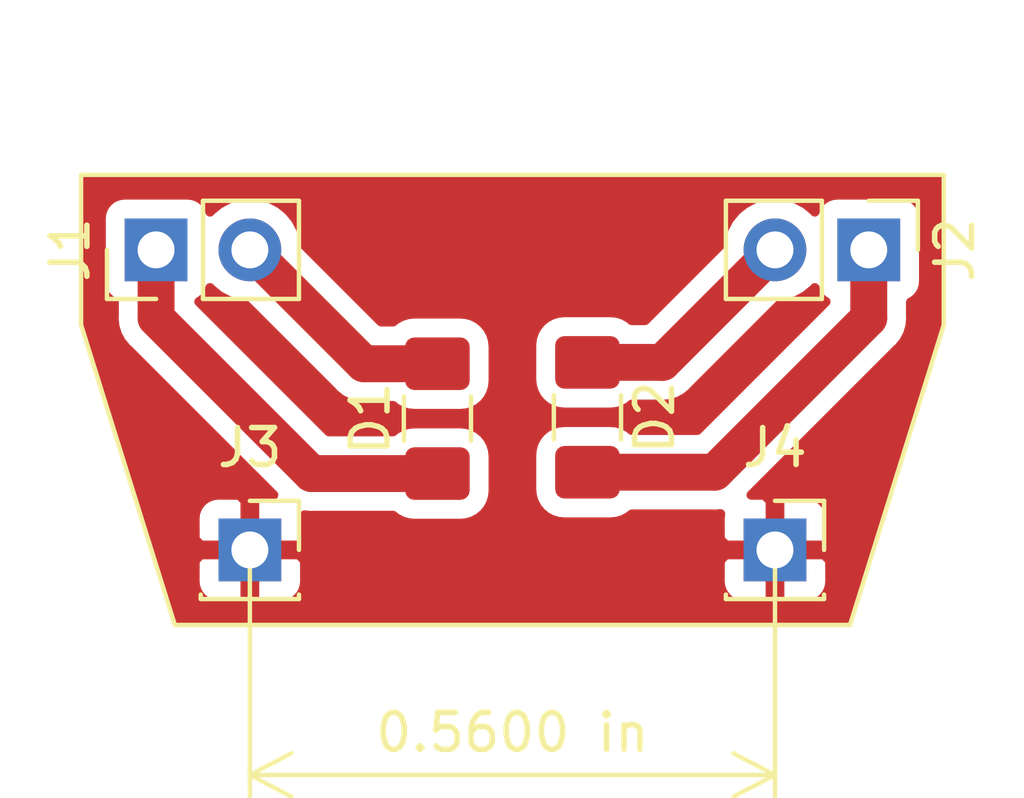
<source format=kicad_pcb>
(kicad_pcb (version 20171130) (host pcbnew "(5.1.2)-1")

  (general
    (thickness 1.6)
    (drawings 7)
    (tracks 10)
    (zones 0)
    (modules 6)
    (nets 6)
  )

  (page A4)
  (layers
    (0 F.Cu signal)
    (31 B.Cu signal)
    (32 B.Adhes user)
    (33 F.Adhes user)
    (34 B.Paste user)
    (35 F.Paste user)
    (36 B.SilkS user)
    (37 F.SilkS user)
    (38 B.Mask user)
    (39 F.Mask user)
    (40 Dwgs.User user)
    (41 Cmts.User user)
    (42 Eco1.User user)
    (43 Eco2.User user)
    (44 Edge.Cuts user)
    (45 Margin user)
    (46 B.CrtYd user)
    (47 F.CrtYd user)
    (48 B.Fab user)
    (49 F.Fab user)
  )

  (setup
    (last_trace_width 1)
    (user_trace_width 0.5)
    (user_trace_width 1)
    (trace_clearance 0.2)
    (zone_clearance 0.508)
    (zone_45_only no)
    (trace_min 0.2)
    (via_size 0.8)
    (via_drill 0.4)
    (via_min_size 0.4)
    (via_min_drill 0.3)
    (uvia_size 0.3)
    (uvia_drill 0.1)
    (uvias_allowed no)
    (uvia_min_size 0.2)
    (uvia_min_drill 0.1)
    (edge_width 0.05)
    (segment_width 0.2)
    (pcb_text_width 0.3)
    (pcb_text_size 1.5 1.5)
    (mod_edge_width 0.12)
    (mod_text_size 1 1)
    (mod_text_width 0.15)
    (pad_size 1.524 1.524)
    (pad_drill 0.762)
    (pad_to_mask_clearance 0.051)
    (solder_mask_min_width 0.25)
    (aux_axis_origin 0 0)
    (visible_elements 7FFFFFFF)
    (pcbplotparams
      (layerselection 0x010fc_ffffffff)
      (usegerberextensions false)
      (usegerberattributes false)
      (usegerberadvancedattributes false)
      (creategerberjobfile false)
      (excludeedgelayer true)
      (linewidth 0.100000)
      (plotframeref false)
      (viasonmask false)
      (mode 1)
      (useauxorigin false)
      (hpglpennumber 1)
      (hpglpenspeed 20)
      (hpglpendiameter 15.000000)
      (psnegative false)
      (psa4output false)
      (plotreference true)
      (plotvalue true)
      (plotinvisibletext false)
      (padsonsilk false)
      (subtractmaskfromsilk false)
      (outputformat 1)
      (mirror false)
      (drillshape 1)
      (scaleselection 1)
      (outputdirectory ""))
  )

  (net 0 "")
  (net 1 "Net-(D1-Pad1)")
  (net 2 "Net-(D1-Pad2)")
  (net 3 "Net-(D2-Pad2)")
  (net 4 "Net-(D2-Pad1)")
  (net 5 GND)

  (net_class Default "Ceci est la Netclass par défaut."
    (clearance 0.2)
    (trace_width 0.25)
    (via_dia 0.8)
    (via_drill 0.4)
    (uvia_dia 0.3)
    (uvia_drill 0.1)
    (add_net GND)
    (add_net "Net-(D1-Pad1)")
    (add_net "Net-(D1-Pad2)")
    (add_net "Net-(D2-Pad1)")
    (add_net "Net-(D2-Pad2)")
  )

  (module Resistor_SMD:R_1206_3216Metric_Pad1.42x1.75mm_HandSolder (layer F.Cu) (tedit 5B301BBD) (tstamp 5CFF6B77)
    (at 98.044 49.784 90)
    (descr "Resistor SMD 1206 (3216 Metric), square (rectangular) end terminal, IPC_7351 nominal with elongated pad for handsoldering. (Body size source: http://www.tortai-tech.com/upload/download/2011102023233369053.pdf), generated with kicad-footprint-generator")
    (tags "resistor handsolder")
    (path /5CF7C901)
    (attr smd)
    (fp_text reference D1 (at 0 -1.82 90) (layer F.SilkS)
      (effects (font (size 1 1) (thickness 0.15)))
    )
    (fp_text value D_Photo (at 0 1.82 90) (layer F.Fab)
      (effects (font (size 1 1) (thickness 0.15)))
    )
    (fp_line (start -1.6 0.8) (end -1.6 -0.8) (layer F.Fab) (width 0.1))
    (fp_line (start -1.6 -0.8) (end 1.6 -0.8) (layer F.Fab) (width 0.1))
    (fp_line (start 1.6 -0.8) (end 1.6 0.8) (layer F.Fab) (width 0.1))
    (fp_line (start 1.6 0.8) (end -1.6 0.8) (layer F.Fab) (width 0.1))
    (fp_line (start -0.602064 -0.91) (end 0.602064 -0.91) (layer F.SilkS) (width 0.12))
    (fp_line (start -0.602064 0.91) (end 0.602064 0.91) (layer F.SilkS) (width 0.12))
    (fp_line (start -2.45 1.12) (end -2.45 -1.12) (layer F.CrtYd) (width 0.05))
    (fp_line (start -2.45 -1.12) (end 2.45 -1.12) (layer F.CrtYd) (width 0.05))
    (fp_line (start 2.45 -1.12) (end 2.45 1.12) (layer F.CrtYd) (width 0.05))
    (fp_line (start 2.45 1.12) (end -2.45 1.12) (layer F.CrtYd) (width 0.05))
    (fp_text user %R (at 0 0 270) (layer F.Fab)
      (effects (font (size 0.8 0.8) (thickness 0.12)))
    )
    (pad 1 smd roundrect (at -1.4875 0 90) (size 1.425 1.75) (layers F.Cu F.Paste F.Mask) (roundrect_rratio 0.175439)
      (net 1 "Net-(D1-Pad1)"))
    (pad 2 smd roundrect (at 1.4875 0 90) (size 1.425 1.75) (layers F.Cu F.Paste F.Mask) (roundrect_rratio 0.175439)
      (net 2 "Net-(D1-Pad2)"))
    (model ${KISYS3DMOD}/Resistor_SMD.3dshapes/R_1206_3216Metric.wrl
      (at (xyz 0 0 0))
      (scale (xyz 1 1 1))
      (rotate (xyz 0 0 0))
    )
  )

  (module Resistor_SMD:R_1206_3216Metric_Pad1.42x1.75mm_HandSolder (layer F.Cu) (tedit 5B301BBD) (tstamp 5CFF6B88)
    (at 102.108 49.7475 270)
    (descr "Resistor SMD 1206 (3216 Metric), square (rectangular) end terminal, IPC_7351 nominal with elongated pad for handsoldering. (Body size source: http://www.tortai-tech.com/upload/download/2011102023233369053.pdf), generated with kicad-footprint-generator")
    (tags "resistor handsolder")
    (path /5CF7CC31)
    (attr smd)
    (fp_text reference D2 (at 0 -1.82 90) (layer F.SilkS)
      (effects (font (size 1 1) (thickness 0.15)))
    )
    (fp_text value D_Photo (at 0 1.82 90) (layer F.Fab)
      (effects (font (size 1 1) (thickness 0.15)))
    )
    (fp_text user %R (at 0 0 270) (layer F.Fab)
      (effects (font (size 0.8 0.8) (thickness 0.12)))
    )
    (fp_line (start 2.45 1.12) (end -2.45 1.12) (layer F.CrtYd) (width 0.05))
    (fp_line (start 2.45 -1.12) (end 2.45 1.12) (layer F.CrtYd) (width 0.05))
    (fp_line (start -2.45 -1.12) (end 2.45 -1.12) (layer F.CrtYd) (width 0.05))
    (fp_line (start -2.45 1.12) (end -2.45 -1.12) (layer F.CrtYd) (width 0.05))
    (fp_line (start -0.602064 0.91) (end 0.602064 0.91) (layer F.SilkS) (width 0.12))
    (fp_line (start -0.602064 -0.91) (end 0.602064 -0.91) (layer F.SilkS) (width 0.12))
    (fp_line (start 1.6 0.8) (end -1.6 0.8) (layer F.Fab) (width 0.1))
    (fp_line (start 1.6 -0.8) (end 1.6 0.8) (layer F.Fab) (width 0.1))
    (fp_line (start -1.6 -0.8) (end 1.6 -0.8) (layer F.Fab) (width 0.1))
    (fp_line (start -1.6 0.8) (end -1.6 -0.8) (layer F.Fab) (width 0.1))
    (pad 2 smd roundrect (at 1.4875 0 270) (size 1.425 1.75) (layers F.Cu F.Paste F.Mask) (roundrect_rratio 0.175439)
      (net 3 "Net-(D2-Pad2)"))
    (pad 1 smd roundrect (at -1.4875 0 270) (size 1.425 1.75) (layers F.Cu F.Paste F.Mask) (roundrect_rratio 0.175439)
      (net 4 "Net-(D2-Pad1)"))
    (model ${KISYS3DMOD}/Resistor_SMD.3dshapes/R_1206_3216Metric.wrl
      (at (xyz 0 0 0))
      (scale (xyz 1 1 1))
      (rotate (xyz 0 0 0))
    )
  )

  (module Connector_PinHeader_2.54mm:PinHeader_1x02_P2.54mm_Vertical (layer F.Cu) (tedit 59FED5CC) (tstamp 5CFF6B9E)
    (at 90.424 45.212 90)
    (descr "Through hole straight pin header, 1x02, 2.54mm pitch, single row")
    (tags "Through hole pin header THT 1x02 2.54mm single row")
    (path /5CF7D654)
    (fp_text reference J1 (at 0 -2.33 90) (layer F.SilkS)
      (effects (font (size 1 1) (thickness 0.15)))
    )
    (fp_text value Conn_01x02_Male (at 0 4.87 90) (layer F.Fab)
      (effects (font (size 1 1) (thickness 0.15)))
    )
    (fp_line (start -0.635 -1.27) (end 1.27 -1.27) (layer F.Fab) (width 0.1))
    (fp_line (start 1.27 -1.27) (end 1.27 3.81) (layer F.Fab) (width 0.1))
    (fp_line (start 1.27 3.81) (end -1.27 3.81) (layer F.Fab) (width 0.1))
    (fp_line (start -1.27 3.81) (end -1.27 -0.635) (layer F.Fab) (width 0.1))
    (fp_line (start -1.27 -0.635) (end -0.635 -1.27) (layer F.Fab) (width 0.1))
    (fp_line (start -1.33 3.87) (end 1.33 3.87) (layer F.SilkS) (width 0.12))
    (fp_line (start -1.33 1.27) (end -1.33 3.87) (layer F.SilkS) (width 0.12))
    (fp_line (start 1.33 1.27) (end 1.33 3.87) (layer F.SilkS) (width 0.12))
    (fp_line (start -1.33 1.27) (end 1.33 1.27) (layer F.SilkS) (width 0.12))
    (fp_line (start -1.33 0) (end -1.33 -1.33) (layer F.SilkS) (width 0.12))
    (fp_line (start -1.33 -1.33) (end 0 -1.33) (layer F.SilkS) (width 0.12))
    (fp_line (start -1.8 -1.8) (end -1.8 4.35) (layer F.CrtYd) (width 0.05))
    (fp_line (start -1.8 4.35) (end 1.8 4.35) (layer F.CrtYd) (width 0.05))
    (fp_line (start 1.8 4.35) (end 1.8 -1.8) (layer F.CrtYd) (width 0.05))
    (fp_line (start 1.8 -1.8) (end -1.8 -1.8) (layer F.CrtYd) (width 0.05))
    (fp_text user %R (at 0 1.27) (layer F.Fab)
      (effects (font (size 1 1) (thickness 0.15)))
    )
    (pad 1 thru_hole rect (at 0 0 90) (size 1.7 1.7) (drill 1) (layers *.Cu *.Mask)
      (net 1 "Net-(D1-Pad1)"))
    (pad 2 thru_hole oval (at 0 2.54 90) (size 1.7 1.7) (drill 1) (layers *.Cu *.Mask)
      (net 2 "Net-(D1-Pad2)"))
    (model ${KISYS3DMOD}/Connector_PinHeader_2.54mm.3dshapes/PinHeader_1x02_P2.54mm_Vertical.wrl
      (at (xyz 0 0 0))
      (scale (xyz 1 1 1))
      (rotate (xyz 0 0 0))
    )
  )

  (module Connector_PinHeader_2.54mm:PinHeader_1x02_P2.54mm_Vertical (layer F.Cu) (tedit 59FED5CC) (tstamp 5CFF6BB4)
    (at 109.728 45.212 270)
    (descr "Through hole straight pin header, 1x02, 2.54mm pitch, single row")
    (tags "Through hole pin header THT 1x02 2.54mm single row")
    (path /5CF7E40E)
    (fp_text reference J2 (at 0 -2.33 90) (layer F.SilkS)
      (effects (font (size 1 1) (thickness 0.15)))
    )
    (fp_text value Conn_01x02_Male (at 0 4.87 90) (layer F.Fab)
      (effects (font (size 1 1) (thickness 0.15)))
    )
    (fp_text user %R (at 0 1.27) (layer F.Fab)
      (effects (font (size 1 1) (thickness 0.15)))
    )
    (fp_line (start 1.8 -1.8) (end -1.8 -1.8) (layer F.CrtYd) (width 0.05))
    (fp_line (start 1.8 4.35) (end 1.8 -1.8) (layer F.CrtYd) (width 0.05))
    (fp_line (start -1.8 4.35) (end 1.8 4.35) (layer F.CrtYd) (width 0.05))
    (fp_line (start -1.8 -1.8) (end -1.8 4.35) (layer F.CrtYd) (width 0.05))
    (fp_line (start -1.33 -1.33) (end 0 -1.33) (layer F.SilkS) (width 0.12))
    (fp_line (start -1.33 0) (end -1.33 -1.33) (layer F.SilkS) (width 0.12))
    (fp_line (start -1.33 1.27) (end 1.33 1.27) (layer F.SilkS) (width 0.12))
    (fp_line (start 1.33 1.27) (end 1.33 3.87) (layer F.SilkS) (width 0.12))
    (fp_line (start -1.33 1.27) (end -1.33 3.87) (layer F.SilkS) (width 0.12))
    (fp_line (start -1.33 3.87) (end 1.33 3.87) (layer F.SilkS) (width 0.12))
    (fp_line (start -1.27 -0.635) (end -0.635 -1.27) (layer F.Fab) (width 0.1))
    (fp_line (start -1.27 3.81) (end -1.27 -0.635) (layer F.Fab) (width 0.1))
    (fp_line (start 1.27 3.81) (end -1.27 3.81) (layer F.Fab) (width 0.1))
    (fp_line (start 1.27 -1.27) (end 1.27 3.81) (layer F.Fab) (width 0.1))
    (fp_line (start -0.635 -1.27) (end 1.27 -1.27) (layer F.Fab) (width 0.1))
    (pad 2 thru_hole oval (at 0 2.54 270) (size 1.7 1.7) (drill 1) (layers *.Cu *.Mask)
      (net 4 "Net-(D2-Pad1)"))
    (pad 1 thru_hole rect (at 0 0 270) (size 1.7 1.7) (drill 1) (layers *.Cu *.Mask)
      (net 3 "Net-(D2-Pad2)"))
    (model ${KISYS3DMOD}/Connector_PinHeader_2.54mm.3dshapes/PinHeader_1x02_P2.54mm_Vertical.wrl
      (at (xyz 0 0 0))
      (scale (xyz 1 1 1))
      (rotate (xyz 0 0 0))
    )
  )

  (module Connector_PinSocket_2.54mm:PinSocket_1x01_P2.54mm_Vertical (layer F.Cu) (tedit 5A19A434) (tstamp 5CFF6BC8)
    (at 92.964 53.34)
    (descr "Through hole straight socket strip, 1x01, 2.54mm pitch, single row (from Kicad 4.0.7), script generated")
    (tags "Through hole socket strip THT 1x01 2.54mm single row")
    (path /5CF83103)
    (fp_text reference J3 (at 0 -2.77) (layer F.SilkS)
      (effects (font (size 1 1) (thickness 0.15)))
    )
    (fp_text value Conn_01x01_Male (at 0 2.77) (layer F.Fab)
      (effects (font (size 1 1) (thickness 0.15)))
    )
    (fp_line (start -1.27 -1.27) (end 0.635 -1.27) (layer F.Fab) (width 0.1))
    (fp_line (start 0.635 -1.27) (end 1.27 -0.635) (layer F.Fab) (width 0.1))
    (fp_line (start 1.27 -0.635) (end 1.27 1.27) (layer F.Fab) (width 0.1))
    (fp_line (start 1.27 1.27) (end -1.27 1.27) (layer F.Fab) (width 0.1))
    (fp_line (start -1.27 1.27) (end -1.27 -1.27) (layer F.Fab) (width 0.1))
    (fp_line (start -1.33 1.33) (end 1.33 1.33) (layer F.SilkS) (width 0.12))
    (fp_line (start -1.33 1.21) (end -1.33 1.33) (layer F.SilkS) (width 0.12))
    (fp_line (start 1.33 1.21) (end 1.33 1.33) (layer F.SilkS) (width 0.12))
    (fp_line (start 1.33 -1.33) (end 1.33 0) (layer F.SilkS) (width 0.12))
    (fp_line (start 0 -1.33) (end 1.33 -1.33) (layer F.SilkS) (width 0.12))
    (fp_line (start -1.8 -1.8) (end 1.75 -1.8) (layer F.CrtYd) (width 0.05))
    (fp_line (start 1.75 -1.8) (end 1.75 1.75) (layer F.CrtYd) (width 0.05))
    (fp_line (start 1.75 1.75) (end -1.8 1.75) (layer F.CrtYd) (width 0.05))
    (fp_line (start -1.8 1.75) (end -1.8 -1.8) (layer F.CrtYd) (width 0.05))
    (fp_text user %R (at 0 0) (layer F.Fab)
      (effects (font (size 1 1) (thickness 0.15)))
    )
    (pad 1 thru_hole rect (at 0 0) (size 1.7 1.7) (drill 1) (layers *.Cu *.Mask)
      (net 5 GND))
    (model ${KISYS3DMOD}/Connector_PinSocket_2.54mm.3dshapes/PinSocket_1x01_P2.54mm_Vertical.wrl
      (at (xyz 0 0 0))
      (scale (xyz 1 1 1))
      (rotate (xyz 0 0 0))
    )
  )

  (module Connector_PinSocket_2.54mm:PinSocket_1x01_P2.54mm_Vertical (layer F.Cu) (tedit 5A19A434) (tstamp 5CFF6BDC)
    (at 107.188 53.34)
    (descr "Through hole straight socket strip, 1x01, 2.54mm pitch, single row (from Kicad 4.0.7), script generated")
    (tags "Through hole socket strip THT 1x01 2.54mm single row")
    (path /5CF83FB9)
    (fp_text reference J4 (at 0 -2.77) (layer F.SilkS)
      (effects (font (size 1 1) (thickness 0.15)))
    )
    (fp_text value Conn_01x01_Male (at 0 2.77) (layer F.Fab)
      (effects (font (size 1 1) (thickness 0.15)))
    )
    (fp_text user %R (at 0 0) (layer F.Fab)
      (effects (font (size 1 1) (thickness 0.15)))
    )
    (fp_line (start -1.8 1.75) (end -1.8 -1.8) (layer F.CrtYd) (width 0.05))
    (fp_line (start 1.75 1.75) (end -1.8 1.75) (layer F.CrtYd) (width 0.05))
    (fp_line (start 1.75 -1.8) (end 1.75 1.75) (layer F.CrtYd) (width 0.05))
    (fp_line (start -1.8 -1.8) (end 1.75 -1.8) (layer F.CrtYd) (width 0.05))
    (fp_line (start 0 -1.33) (end 1.33 -1.33) (layer F.SilkS) (width 0.12))
    (fp_line (start 1.33 -1.33) (end 1.33 0) (layer F.SilkS) (width 0.12))
    (fp_line (start 1.33 1.21) (end 1.33 1.33) (layer F.SilkS) (width 0.12))
    (fp_line (start -1.33 1.21) (end -1.33 1.33) (layer F.SilkS) (width 0.12))
    (fp_line (start -1.33 1.33) (end 1.33 1.33) (layer F.SilkS) (width 0.12))
    (fp_line (start -1.27 1.27) (end -1.27 -1.27) (layer F.Fab) (width 0.1))
    (fp_line (start 1.27 1.27) (end -1.27 1.27) (layer F.Fab) (width 0.1))
    (fp_line (start 1.27 -0.635) (end 1.27 1.27) (layer F.Fab) (width 0.1))
    (fp_line (start 0.635 -1.27) (end 1.27 -0.635) (layer F.Fab) (width 0.1))
    (fp_line (start -1.27 -1.27) (end 0.635 -1.27) (layer F.Fab) (width 0.1))
    (pad 1 thru_hole rect (at 0 0) (size 1.7 1.7) (drill 1) (layers *.Cu *.Mask)
      (net 5 GND))
    (model ${KISYS3DMOD}/Connector_PinSocket_2.54mm.3dshapes/PinSocket_1x01_P2.54mm_Vertical.wrl
      (at (xyz 0 0 0))
      (scale (xyz 1 1 1))
      (rotate (xyz 0 0 0))
    )
  )

  (gr_line (start 90.932 55.372) (end 109.22 55.372) (layer F.SilkS) (width 0.12) (tstamp 5CFF712E))
  (gr_line (start 88.392 47.244) (end 90.932 55.372) (layer F.SilkS) (width 0.12))
  (gr_line (start 88.392 43.18) (end 88.392 47.244) (layer F.SilkS) (width 0.12))
  (gr_line (start 111.76 43.18) (end 88.392 43.18) (layer F.SilkS) (width 0.12))
  (gr_line (start 111.76 47.244) (end 111.76 43.18) (layer F.SilkS) (width 0.12))
  (gr_line (start 109.22 55.372) (end 111.76 47.244) (layer F.SilkS) (width 0.12))
  (dimension 14.224 (width 0.12) (layer F.SilkS)
    (gr_text "14,224 mm" (at 100.076 60.706) (layer F.SilkS)
      (effects (font (size 1 1) (thickness 0.15)))
    )
    (feature1 (pts (xy 92.964 53.34) (xy 92.964 60.022421)))
    (feature2 (pts (xy 107.188 53.34) (xy 107.188 60.022421)))
    (crossbar (pts (xy 107.188 59.436) (xy 92.964 59.436)))
    (arrow1a (pts (xy 92.964 59.436) (xy 94.090504 58.849579)))
    (arrow1b (pts (xy 92.964 59.436) (xy 94.090504 60.022421)))
    (arrow2a (pts (xy 107.188 59.436) (xy 106.061496 58.849579)))
    (arrow2b (pts (xy 107.188 59.436) (xy 106.061496 60.022421)))
  )

  (segment (start 90.424 47.062) (end 90.424 45.212) (width 1) (layer F.Cu) (net 1))
  (segment (start 94.6335 51.2715) (end 90.424 47.062) (width 1) (layer F.Cu) (net 1))
  (segment (start 98.044 51.2715) (end 94.6335 51.2715) (width 1) (layer F.Cu) (net 1))
  (segment (start 96.0485 48.2965) (end 92.964 45.212) (width 1) (layer F.Cu) (net 2))
  (segment (start 98.044 48.2965) (end 96.0485 48.2965) (width 1) (layer F.Cu) (net 2))
  (segment (start 109.728 47.062) (end 109.728 45.212) (width 1) (layer F.Cu) (net 3))
  (segment (start 105.555 51.235) (end 109.728 47.062) (width 1) (layer F.Cu) (net 3))
  (segment (start 102.108 51.235) (end 105.555 51.235) (width 1) (layer F.Cu) (net 3))
  (segment (start 104.14 48.26) (end 107.188 45.212) (width 1) (layer F.Cu) (net 4))
  (segment (start 102.108 48.26) (end 104.14 48.26) (width 1) (layer F.Cu) (net 4))

  (zone (net 5) (net_name GND) (layer F.Cu) (tstamp 0) (hatch edge 0.508)
    (connect_pads (clearance 0.508))
    (min_thickness 0.254)
    (fill yes (arc_segments 32) (thermal_gap 0.508) (thermal_bridge_width 0.508))
    (polygon
      (pts
        (xy 88.392 43.18) (xy 111.76 43.18) (xy 111.76 47.244) (xy 109.22 55.372) (xy 90.932 55.372)
        (xy 88.392 47.244)
      )
    )
    (filled_polygon
      (pts
        (xy 111.633 47.224618) (xy 109.126631 55.245) (xy 91.025369 55.245) (xy 90.695682 54.19) (xy 91.475928 54.19)
        (xy 91.488188 54.314482) (xy 91.524498 54.43418) (xy 91.583463 54.544494) (xy 91.662815 54.641185) (xy 91.759506 54.720537)
        (xy 91.86982 54.779502) (xy 91.989518 54.815812) (xy 92.114 54.828072) (xy 92.67825 54.825) (xy 92.837 54.66625)
        (xy 92.837 53.467) (xy 93.091 53.467) (xy 93.091 54.66625) (xy 93.24975 54.825) (xy 93.814 54.828072)
        (xy 93.938482 54.815812) (xy 94.05818 54.779502) (xy 94.168494 54.720537) (xy 94.265185 54.641185) (xy 94.344537 54.544494)
        (xy 94.403502 54.43418) (xy 94.439812 54.314482) (xy 94.452072 54.19) (xy 105.699928 54.19) (xy 105.712188 54.314482)
        (xy 105.748498 54.43418) (xy 105.807463 54.544494) (xy 105.886815 54.641185) (xy 105.983506 54.720537) (xy 106.09382 54.779502)
        (xy 106.213518 54.815812) (xy 106.338 54.828072) (xy 106.90225 54.825) (xy 107.061 54.66625) (xy 107.061 53.467)
        (xy 107.315 53.467) (xy 107.315 54.66625) (xy 107.47375 54.825) (xy 108.038 54.828072) (xy 108.162482 54.815812)
        (xy 108.28218 54.779502) (xy 108.392494 54.720537) (xy 108.489185 54.641185) (xy 108.568537 54.544494) (xy 108.627502 54.43418)
        (xy 108.663812 54.314482) (xy 108.676072 54.19) (xy 108.673 53.62575) (xy 108.51425 53.467) (xy 107.315 53.467)
        (xy 107.061 53.467) (xy 105.86175 53.467) (xy 105.703 53.62575) (xy 105.699928 54.19) (xy 94.452072 54.19)
        (xy 94.449 53.62575) (xy 94.29025 53.467) (xy 93.091 53.467) (xy 92.837 53.467) (xy 91.63775 53.467)
        (xy 91.479 53.62575) (xy 91.475928 54.19) (xy 90.695682 54.19) (xy 90.164432 52.49) (xy 91.475928 52.49)
        (xy 91.479 53.05425) (xy 91.63775 53.213) (xy 92.837 53.213) (xy 92.837 52.01375) (xy 92.67825 51.855)
        (xy 92.114 51.851928) (xy 91.989518 51.864188) (xy 91.86982 51.900498) (xy 91.759506 51.959463) (xy 91.662815 52.038815)
        (xy 91.583463 52.135506) (xy 91.524498 52.24582) (xy 91.488188 52.365518) (xy 91.475928 52.49) (xy 90.164432 52.49)
        (xy 88.519 47.224618) (xy 88.519 44.362) (xy 88.935928 44.362) (xy 88.935928 46.062) (xy 88.948188 46.186482)
        (xy 88.984498 46.30618) (xy 89.043463 46.416494) (xy 89.122815 46.513185) (xy 89.219506 46.592537) (xy 89.289 46.629683)
        (xy 89.289 47.006248) (xy 89.283509 47.062) (xy 89.305423 47.284498) (xy 89.370324 47.498446) (xy 89.475716 47.695623)
        (xy 89.617551 47.868449) (xy 89.660865 47.903996) (xy 93.609907 51.853039) (xy 93.24975 51.855) (xy 93.091 52.01375)
        (xy 93.091 53.213) (xy 94.29025 53.213) (xy 94.449 53.05425) (xy 94.452072 52.49) (xy 94.442537 52.393183)
        (xy 94.6335 52.411991) (xy 94.689251 52.4065) (xy 96.845308 52.4065) (xy 96.925614 52.472405) (xy 97.07915 52.554472)
        (xy 97.245746 52.605008) (xy 97.419 52.622072) (xy 98.669 52.622072) (xy 98.842254 52.605008) (xy 99.00885 52.554472)
        (xy 99.162386 52.472405) (xy 99.296962 52.361962) (xy 99.407405 52.227386) (xy 99.489472 52.07385) (xy 99.540008 51.907254)
        (xy 99.557072 51.734) (xy 99.557072 50.809) (xy 99.540008 50.635746) (xy 99.489472 50.46915) (xy 99.407405 50.315614)
        (xy 99.296962 50.181038) (xy 99.162386 50.070595) (xy 99.00885 49.988528) (xy 98.842254 49.937992) (xy 98.669 49.920928)
        (xy 97.419 49.920928) (xy 97.245746 49.937992) (xy 97.07915 49.988528) (xy 96.925614 50.070595) (xy 96.845308 50.1365)
        (xy 95.103632 50.1365) (xy 91.583642 46.616511) (xy 91.628494 46.592537) (xy 91.725185 46.513185) (xy 91.804537 46.416494)
        (xy 91.863502 46.30618) (xy 91.884393 46.237313) (xy 91.908866 46.267134) (xy 92.134986 46.452706) (xy 92.392966 46.590599)
        (xy 92.672889 46.675513) (xy 92.838714 46.691845) (xy 95.206513 49.059646) (xy 95.242051 49.102949) (xy 95.285354 49.138487)
        (xy 95.285356 49.138489) (xy 95.414877 49.244784) (xy 95.612053 49.350176) (xy 95.826001 49.415077) (xy 96.0485 49.436991)
        (xy 96.104252 49.4315) (xy 96.845308 49.4315) (xy 96.925614 49.497405) (xy 97.07915 49.579472) (xy 97.245746 49.630008)
        (xy 97.419 49.647072) (xy 98.669 49.647072) (xy 98.842254 49.630008) (xy 99.00885 49.579472) (xy 99.162386 49.497405)
        (xy 99.296962 49.386962) (xy 99.407405 49.252386) (xy 99.489472 49.09885) (xy 99.540008 48.932254) (xy 99.557072 48.759)
        (xy 99.557072 47.834) (xy 99.553478 47.7975) (xy 100.594928 47.7975) (xy 100.594928 48.7225) (xy 100.611992 48.895754)
        (xy 100.662528 49.06235) (xy 100.744595 49.215886) (xy 100.855038 49.350462) (xy 100.989614 49.460905) (xy 101.14315 49.542972)
        (xy 101.309746 49.593508) (xy 101.483 49.610572) (xy 102.733 49.610572) (xy 102.906254 49.593508) (xy 103.07285 49.542972)
        (xy 103.226386 49.460905) (xy 103.306692 49.395) (xy 104.084249 49.395) (xy 104.14 49.400491) (xy 104.195751 49.395)
        (xy 104.195752 49.395) (xy 104.362499 49.378577) (xy 104.576447 49.313676) (xy 104.773623 49.208284) (xy 104.946449 49.066449)
        (xy 104.981996 49.023135) (xy 107.313286 46.691845) (xy 107.479111 46.675513) (xy 107.759034 46.590599) (xy 108.017014 46.452706)
        (xy 108.243134 46.267134) (xy 108.267607 46.237313) (xy 108.288498 46.30618) (xy 108.347463 46.416494) (xy 108.426815 46.513185)
        (xy 108.523506 46.592537) (xy 108.568357 46.616511) (xy 105.084869 50.1) (xy 103.306692 50.1) (xy 103.226386 50.034095)
        (xy 103.07285 49.952028) (xy 102.906254 49.901492) (xy 102.733 49.884428) (xy 101.483 49.884428) (xy 101.309746 49.901492)
        (xy 101.14315 49.952028) (xy 100.989614 50.034095) (xy 100.855038 50.144538) (xy 100.744595 50.279114) (xy 100.662528 50.43265)
        (xy 100.611992 50.599246) (xy 100.594928 50.7725) (xy 100.594928 51.6975) (xy 100.611992 51.870754) (xy 100.662528 52.03735)
        (xy 100.744595 52.190886) (xy 100.855038 52.325462) (xy 100.989614 52.435905) (xy 101.14315 52.517972) (xy 101.309746 52.568508)
        (xy 101.483 52.585572) (xy 102.733 52.585572) (xy 102.906254 52.568508) (xy 103.07285 52.517972) (xy 103.226386 52.435905)
        (xy 103.306692 52.37) (xy 105.499249 52.37) (xy 105.555 52.375491) (xy 105.610751 52.37) (xy 105.610752 52.37)
        (xy 105.71391 52.35984) (xy 105.712188 52.365518) (xy 105.699928 52.49) (xy 105.703 53.05425) (xy 105.86175 53.213)
        (xy 107.061 53.213) (xy 107.061 52.01375) (xy 107.315 52.01375) (xy 107.315 53.213) (xy 108.51425 53.213)
        (xy 108.673 53.05425) (xy 108.676072 52.49) (xy 108.663812 52.365518) (xy 108.627502 52.24582) (xy 108.568537 52.135506)
        (xy 108.489185 52.038815) (xy 108.392494 51.959463) (xy 108.28218 51.900498) (xy 108.162482 51.864188) (xy 108.038 51.851928)
        (xy 107.47375 51.855) (xy 107.315 52.01375) (xy 107.061 52.01375) (xy 106.90225 51.855) (xy 106.542092 51.853039)
        (xy 110.491141 47.903991) (xy 110.534449 47.868449) (xy 110.676284 47.695623) (xy 110.781676 47.498447) (xy 110.846577 47.284499)
        (xy 110.863 47.117752) (xy 110.863 47.117745) (xy 110.86849 47.062001) (xy 110.863 47.006257) (xy 110.863 46.629683)
        (xy 110.932494 46.592537) (xy 111.029185 46.513185) (xy 111.108537 46.416494) (xy 111.167502 46.30618) (xy 111.203812 46.186482)
        (xy 111.216072 46.062) (xy 111.216072 44.362) (xy 111.203812 44.237518) (xy 111.167502 44.11782) (xy 111.108537 44.007506)
        (xy 111.029185 43.910815) (xy 110.932494 43.831463) (xy 110.82218 43.772498) (xy 110.702482 43.736188) (xy 110.578 43.723928)
        (xy 108.878 43.723928) (xy 108.753518 43.736188) (xy 108.63382 43.772498) (xy 108.523506 43.831463) (xy 108.426815 43.910815)
        (xy 108.347463 44.007506) (xy 108.288498 44.11782) (xy 108.267607 44.186687) (xy 108.243134 44.156866) (xy 108.017014 43.971294)
        (xy 107.759034 43.833401) (xy 107.479111 43.748487) (xy 107.26095 43.727) (xy 107.11505 43.727) (xy 106.896889 43.748487)
        (xy 106.616966 43.833401) (xy 106.358986 43.971294) (xy 106.132866 44.156866) (xy 105.947294 44.382986) (xy 105.809401 44.640966)
        (xy 105.724487 44.920889) (xy 105.708155 45.086714) (xy 103.669869 47.125) (xy 103.306692 47.125) (xy 103.226386 47.059095)
        (xy 103.07285 46.977028) (xy 102.906254 46.926492) (xy 102.733 46.909428) (xy 101.483 46.909428) (xy 101.309746 46.926492)
        (xy 101.14315 46.977028) (xy 100.989614 47.059095) (xy 100.855038 47.169538) (xy 100.744595 47.304114) (xy 100.662528 47.45765)
        (xy 100.611992 47.624246) (xy 100.594928 47.7975) (xy 99.553478 47.7975) (xy 99.540008 47.660746) (xy 99.489472 47.49415)
        (xy 99.407405 47.340614) (xy 99.296962 47.206038) (xy 99.162386 47.095595) (xy 99.00885 47.013528) (xy 98.842254 46.962992)
        (xy 98.669 46.945928) (xy 97.419 46.945928) (xy 97.245746 46.962992) (xy 97.07915 47.013528) (xy 96.925614 47.095595)
        (xy 96.845308 47.1615) (xy 96.518633 47.1615) (xy 94.443845 45.086714) (xy 94.427513 44.920889) (xy 94.342599 44.640966)
        (xy 94.204706 44.382986) (xy 94.019134 44.156866) (xy 93.793014 43.971294) (xy 93.535034 43.833401) (xy 93.255111 43.748487)
        (xy 93.03695 43.727) (xy 92.89105 43.727) (xy 92.672889 43.748487) (xy 92.392966 43.833401) (xy 92.134986 43.971294)
        (xy 91.908866 44.156866) (xy 91.884393 44.186687) (xy 91.863502 44.11782) (xy 91.804537 44.007506) (xy 91.725185 43.910815)
        (xy 91.628494 43.831463) (xy 91.51818 43.772498) (xy 91.398482 43.736188) (xy 91.274 43.723928) (xy 89.574 43.723928)
        (xy 89.449518 43.736188) (xy 89.32982 43.772498) (xy 89.219506 43.831463) (xy 89.122815 43.910815) (xy 89.043463 44.007506)
        (xy 88.984498 44.11782) (xy 88.948188 44.237518) (xy 88.935928 44.362) (xy 88.519 44.362) (xy 88.519 43.307)
        (xy 111.633 43.307)
      )
    )
  )
)

</source>
